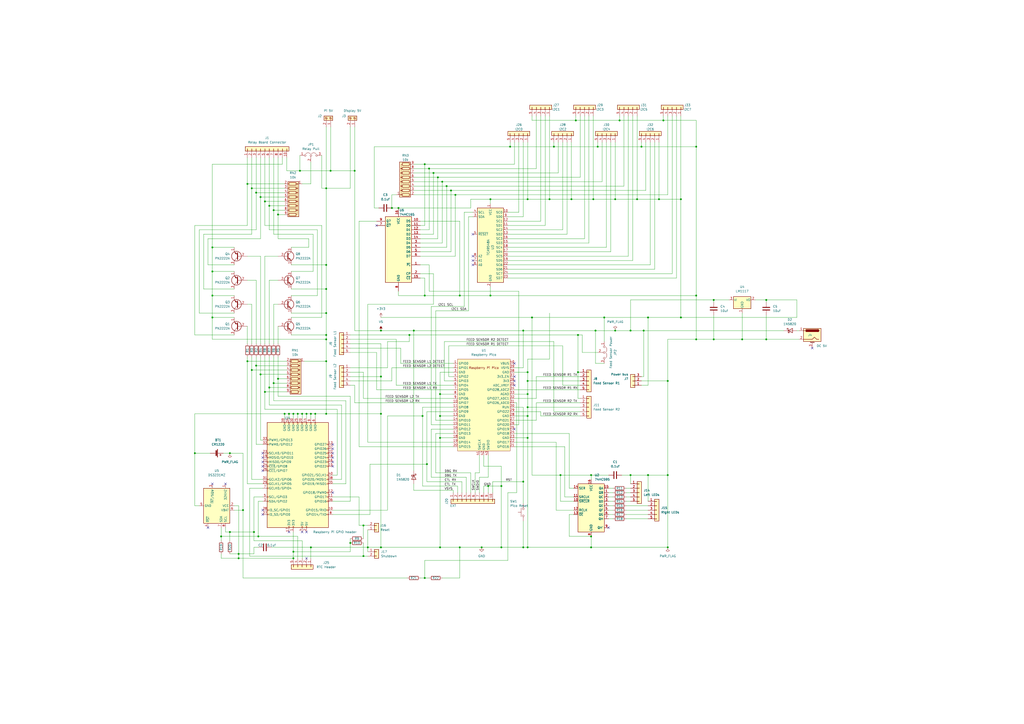
<source format=kicad_sch>
(kicad_sch (version 20211123) (generator eeschema)
  (paper "A2")
  (junction (at 240.03 191.77))
  (junction (at 246.38 171.45))
  (junction (at 245.11 241.3))
  (junction (at 153.67 227.33))
  (junction (at 382.27 115.57))
  (junction (at 306.07 254))
  (junction (at 255.27 317.5))
  (junction (at 156.21 119.38))
  (junction (at 175.26 240.03))
  (junction (at 430.53 196.85))
  (junction (at 205.74 99.06))
  (junction (at 261.62 110.49))
  (junction (at 146.05 214.63))
  (junction (at 156.21 224.79))
  (junction (at 264.16 113.03))
  (junction (at 158.75 121.92))
  (junction (at 138.43 323.85))
  (junction (at 151.13 114.3))
  (junction (at 306.07 228.6))
  (junction (at 372.11 85.09))
  (junction (at 149.86 311.15))
  (junction (at 387.35 317.5))
  (junction (at 180.34 240.03))
  (junction (at 189.23 181.61))
  (junction (at 403.86 85.09))
  (junction (at 227.33 120.65))
  (junction (at 373.38 191.77))
  (junction (at 128.27 311.15))
  (junction (at 375.92 184.15))
  (junction (at 308.61 184.15))
  (junction (at 306.07 241.3))
  (junction (at 140.97 295.91))
  (junction (at 365.76 275.59))
  (junction (at 237.49 194.31))
  (junction (at 182.88 240.03))
  (junction (at 138.43 321.31))
  (junction (at 255.27 228.6))
  (junction (at 342.9 275.59))
  (junction (at 342.9 311.15))
  (junction (at 256.54 105.41))
  (junction (at 167.64 240.03))
  (junction (at 321.31 85.09))
  (junction (at 331.47 115.57))
  (junction (at 203.2 314.96))
  (junction (at 170.18 240.03))
  (junction (at 148.59 111.76))
  (junction (at 220.98 317.5))
  (junction (at 189.23 209.55))
  (junction (at 290.83 317.5))
  (junction (at 295.91 85.09))
  (junction (at 158.75 222.25))
  (junction (at 279.4 317.5))
  (junction (at 359.41 69.85))
  (junction (at 369.57 115.57))
  (junction (at 266.7 317.5))
  (junction (at 255.27 241.3))
  (junction (at 191.77 99.06))
  (junction (at 180.34 317.5))
  (junction (at 375.92 275.59))
  (junction (at 345.44 191.77))
  (junction (at 335.28 194.31))
  (junction (at 259.08 107.95))
  (junction (at 335.28 215.9))
  (junction (at 113.03 262.89))
  (junction (at 151.13 217.17))
  (junction (at 177.8 240.03))
  (junction (at 387.35 275.59))
  (junction (at 306.07 236.22))
  (junction (at 403.86 171.45))
  (junction (at 161.29 124.46))
  (junction (at 303.53 191.77))
  (junction (at 173.99 99.06))
  (junction (at 220.98 191.77))
  (junction (at 172.72 240.03))
  (junction (at 189.23 240.03))
  (junction (at 342.9 317.5))
  (junction (at 210.82 322.58))
  (junction (at 346.71 85.09))
  (junction (at 220.98 218.44))
  (junction (at 306.07 115.57))
  (junction (at 148.59 212.09))
  (junction (at 318.77 115.57))
  (junction (at 170.18 320.04))
  (junction (at 161.29 219.71))
  (junction (at 444.5 173.99))
  (junction (at 290.83 281.94))
  (junction (at 283.21 281.94))
  (junction (at 133.35 308.61))
  (junction (at 403.86 196.85))
  (junction (at 146.05 109.22))
  (junction (at 189.23 194.31))
  (junction (at 133.35 262.89))
  (junction (at 444.5 196.85))
  (junction (at 325.12 275.59))
  (junction (at 147.32 308.61))
  (junction (at 334.01 69.85))
  (junction (at 143.51 209.55))
  (junction (at 123.19 184.15))
  (junction (at 251.46 100.33))
  (junction (at 210.82 304.8))
  (junction (at 220.98 240.03))
  (junction (at 365.76 191.77))
  (junction (at 387.35 220.98))
  (junction (at 350.52 184.15))
  (junction (at 394.97 184.15))
  (junction (at 414.02 196.85))
  (junction (at 306.07 220.98))
  (junction (at 394.97 115.57))
  (junction (at 123.19 171.45))
  (junction (at 303.53 317.5))
  (junction (at 247.65 269.24))
  (junction (at 170.18 323.85))
  (junction (at 303.53 279.4))
  (junction (at 189.23 109.22))
  (junction (at 246.38 335.28))
  (junction (at 356.87 115.57))
  (junction (at 123.19 143.51))
  (junction (at 189.23 167.64))
  (junction (at 189.23 196.85))
  (junction (at 266.7 171.45))
  (junction (at 189.23 153.67))
  (junction (at 123.19 157.48))
  (junction (at 165.1 240.03))
  (junction (at 248.92 97.79))
  (junction (at 143.51 106.68))
  (junction (at 414.02 173.99))
  (junction (at 153.67 116.84))
  (junction (at 213.36 317.5))
  (junction (at 246.38 95.25))
  (junction (at 284.48 115.57))
  (junction (at 306.07 215.9))
  (junction (at 284.48 171.45))
  (junction (at 384.81 69.85))
  (junction (at 231.14 120.65))
  (junction (at 344.17 115.57))
  (junction (at 306.07 317.5))
  (junction (at 255.27 254))
  (junction (at 254 102.87))
  (junction (at 356.87 191.77))
  (no_connect (at 298.45 248.92))
  (no_connect (at 152.4 270.51))
  (no_connect (at 193.04 285.75))
  (no_connect (at 152.4 262.89))
  (no_connect (at 177.8 308.61))
  (no_connect (at 471.17 201.93))
  (no_connect (at 152.4 265.43))
  (no_connect (at 274.32 153.67))
  (no_connect (at 274.32 148.59))
  (no_connect (at 274.32 151.13))
  (no_connect (at 274.32 135.89))
  (no_connect (at 152.4 295.91))
  (no_connect (at 152.4 298.45))
  (no_connect (at 298.45 220.98))
  (no_connect (at 120.65 306.07))
  (no_connect (at 130.81 280.67))
  (no_connect (at 123.19 280.67))
  (no_connect (at 193.04 257.81))
  (no_connect (at 193.04 270.51))
  (no_connect (at 193.04 267.97))
  (no_connect (at 193.04 265.43))
  (no_connect (at 193.04 260.35))
  (no_connect (at 193.04 262.89))
  (no_connect (at 152.4 267.97))
  (no_connect (at 167.64 308.61))
  (no_connect (at 177.8 323.85))
  (no_connect (at 218.44 130.81))
  (no_connect (at 298.45 223.52))
  (no_connect (at 298.45 218.44))
  (no_connect (at 298.45 210.82))
  (no_connect (at 175.26 308.61))
  (no_connect (at 152.4 273.05))
  (no_connect (at 353.06 306.07))
  (wire (pts (xy 321.31 198.12) (xy 321.31 238.76)))
  (wire (pts (xy 133.35 262.89) (xy 140.97 262.89)))
  (wire (pts (xy 255.27 215.9) (xy 262.89 215.9)))
  (wire (pts (xy 306.07 220.98) (xy 306.07 228.6)))
  (wire (pts (xy 326.39 223.52) (xy 336.55 223.52)))
  (wire (pts (xy 266.7 317.5) (xy 266.7 335.28)))
  (wire (pts (xy 203.2 314.96) (xy 203.2 312.42)))
  (wire (pts (xy 203.2 215.9) (xy 210.82 215.9)))
  (wire (pts (xy 146.05 214.63) (xy 146.05 278.13)))
  (wire (pts (xy 189.23 240.03) (xy 182.88 240.03)))
  (wire (pts (xy 240.03 113.03) (xy 264.16 113.03)))
  (wire (pts (xy 193.04 295.91) (xy 224.79 295.91)))
  (wire (pts (xy 298.45 259.08) (xy 327.66 259.08)))
  (wire (pts (xy 259.08 107.95) (xy 361.95 107.95)))
  (wire (pts (xy 327.66 259.08) (xy 327.66 288.29)))
  (wire (pts (xy 210.82 322.58) (xy 213.36 322.58)))
  (wire (pts (xy 387.35 220.98) (xy 387.35 275.59)))
  (wire (pts (xy 113.03 130.81) (xy 143.51 130.81)))
  (wire (pts (xy 247.65 238.76) (xy 247.65 269.24)))
  (wire (pts (xy 342.9 275.59) (xy 342.9 278.13)))
  (wire (pts (xy 175.26 240.03) (xy 177.8 240.03)))
  (wire (pts (xy 218.44 204.47) (xy 218.44 226.06)))
  (wire (pts (xy 237.49 194.31) (xy 237.49 198.12)))
  (wire (pts (xy 303.53 213.36) (xy 303.53 191.77)))
  (wire (pts (xy 149.86 290.83) (xy 149.86 311.15)))
  (wire (pts (xy 208.28 304.8) (xy 210.82 304.8)))
  (wire (pts (xy 115.57 181.61) (xy 115.57 133.35)))
  (wire (pts (xy 375.92 275.59) (xy 387.35 275.59)))
  (wire (pts (xy 323.85 100.33) (xy 323.85 82.55)))
  (wire (pts (xy 294.64 285.75) (xy 294.64 325.12)))
  (wire (pts (xy 151.13 114.3) (xy 151.13 138.43)))
  (wire (pts (xy 334.01 69.85) (xy 308.61 69.85)))
  (wire (pts (xy 350.52 184.15) (xy 350.52 198.12)))
  (wire (pts (xy 123.19 196.85) (xy 189.23 196.85)))
  (wire (pts (xy 133.35 308.61) (xy 133.35 313.69)))
  (wire (pts (xy 294.64 146.05) (xy 354.33 146.05)))
  (wire (pts (xy 246.38 325.12) (xy 294.64 325.12)))
  (wire (pts (xy 156.21 119.38) (xy 165.1 119.38)))
  (wire (pts (xy 143.51 106.68) (xy 143.51 130.81)))
  (wire (pts (xy 363.22 298.45) (xy 375.92 298.45)))
  (wire (pts (xy 275.59 274.32) (xy 278.13 274.32)))
  (wire (pts (xy 266.7 171.45) (xy 284.48 171.45)))
  (wire (pts (xy 156.21 133.35) (xy 184.15 133.35)))
  (wire (pts (xy 172.72 311.15) (xy 149.86 311.15)))
  (wire (pts (xy 377.19 153.67) (xy 377.19 82.55)))
  (wire (pts (xy 255.27 241.3) (xy 262.89 241.3)))
  (wire (pts (xy 363.22 290.83) (xy 365.76 290.83)))
  (wire (pts (xy 208.28 128.27) (xy 208.28 259.08)))
  (wire (pts (xy 193.04 275.59) (xy 195.58 275.59)))
  (wire (pts (xy 339.09 138.43) (xy 339.09 67.31)))
  (wire (pts (xy 220.98 199.39) (xy 220.98 218.44)))
  (wire (pts (xy 198.12 234.95) (xy 156.21 234.95)))
  (wire (pts (xy 294.64 151.13) (xy 367.03 151.13)))
  (wire (pts (xy 283.21 276.86) (xy 283.21 264.16)))
  (wire (pts (xy 148.59 111.76) (xy 165.1 111.76)))
  (wire (pts (xy 335.28 215.9) (xy 336.55 215.9)))
  (wire (pts (xy 189.23 240.03) (xy 220.98 240.03)))
  (wire (pts (xy 128.27 311.15) (xy 128.27 306.07)))
  (wire (pts (xy 151.13 207.01) (xy 151.13 217.17)))
  (wire (pts (xy 255.27 228.6) (xy 255.27 241.3)))
  (wire (pts (xy 153.67 116.84) (xy 153.67 130.81)))
  (wire (pts (xy 146.05 176.53) (xy 146.05 199.39)))
  (wire (pts (xy 262.89 220.98) (xy 257.81 220.98)))
  (wire (pts (xy 262.89 226.06) (xy 218.44 226.06)))
  (wire (pts (xy 152.4 288.29) (xy 147.32 288.29)))
  (wire (pts (xy 243.84 143.51) (xy 259.08 143.51)))
  (wire (pts (xy 205.74 191.77) (xy 220.98 191.77)))
  (wire (pts (xy 298.45 228.6) (xy 306.07 228.6)))
  (wire (pts (xy 161.29 219.71) (xy 166.37 219.71)))
  (wire (pts (xy 237.49 194.31) (xy 335.28 194.31)))
  (wire (pts (xy 123.19 95.25) (xy 123.19 143.51)))
  (wire (pts (xy 256.54 105.41) (xy 349.25 105.41)))
  (wire (pts (xy 170.18 320.04) (xy 170.18 323.85)))
  (wire (pts (xy 133.35 321.31) (xy 138.43 321.31)))
  (wire (pts (xy 337.82 194.31) (xy 335.28 194.31)))
  (wire (pts (xy 210.82 312.42) (xy 210.82 304.8)))
  (wire (pts (xy 335.28 215.9) (xy 335.28 231.14)))
  (wire (pts (xy 214.63 269.24) (xy 247.65 269.24)))
  (wire (pts (xy 128.27 323.85) (xy 138.43 323.85)))
  (wire (pts (xy 313.69 241.3) (xy 336.55 241.3)))
  (wire (pts (xy 303.53 302.26) (xy 303.53 317.5)))
  (wire (pts (xy 151.13 114.3) (xy 165.1 114.3)))
  (wire (pts (xy 152.4 290.83) (xy 149.86 290.83)))
  (wire (pts (xy 240.03 97.79) (xy 248.92 97.79)))
  (wire (pts (xy 359.41 69.85) (xy 334.01 69.85)))
  (wire (pts (xy 250.19 177.8) (xy 269.24 177.8)))
  (wire (pts (xy 213.36 176.53) (xy 213.36 256.54)))
  (wire (pts (xy 342.9 311.15) (xy 342.9 317.5)))
  (wire (pts (xy 322.58 256.54) (xy 322.58 295.91)))
  (wire (pts (xy 152.4 280.67) (xy 143.51 280.67)))
  (wire (pts (xy 189.23 109.22) (xy 203.2 109.22)))
  (wire (pts (xy 318.77 67.31) (xy 318.77 115.57)))
  (wire (pts (xy 173.99 99.06) (xy 191.77 99.06)))
  (wire (pts (xy 331.47 115.57) (xy 318.77 115.57)))
  (wire (pts (xy 363.22 295.91) (xy 375.92 295.91)))
  (wire (pts (xy 356.87 191.77) (xy 365.76 191.77)))
  (wire (pts (xy 361.95 107.95) (xy 361.95 67.31)))
  (wire (pts (xy 143.51 106.68) (xy 165.1 106.68)))
  (wire (pts (xy 422.91 173.99) (xy 414.02 173.99)))
  (wire (pts (xy 193.04 288.29) (xy 208.28 288.29)))
  (wire (pts (xy 220.98 240.03) (xy 220.98 317.5)))
  (wire (pts (xy 140.97 335.28) (xy 140.97 295.91)))
  (wire (pts (xy 243.84 158.75) (xy 251.46 158.75)))
  (wire (pts (xy 318.77 208.28) (xy 318.77 181.61)))
  (wire (pts (xy 220.98 191.77) (xy 240.03 191.77)))
  (wire (pts (xy 231.14 171.45) (xy 246.38 171.45)))
  (wire (pts (xy 270.51 276.86) (xy 270.51 285.75)))
  (wire (pts (xy 243.84 148.59) (xy 264.16 148.59)))
  (wire (pts (xy 180.34 317.5) (xy 213.36 317.5)))
  (wire (pts (xy 311.15 233.68) (xy 311.15 243.84)))
  (wire (pts (xy 367.03 151.13) (xy 367.03 67.31)))
  (wire (pts (xy 298.45 246.38) (xy 300.99 246.38)))
  (wire (pts (xy 172.72 240.03) (xy 175.26 240.03)))
  (wire (pts (xy 273.05 274.32) (xy 273.05 285.75)))
  (wire (pts (xy 220.98 218.44) (xy 220.98 240.03)))
  (wire (pts (xy 325.12 290.83) (xy 325.12 275.59)))
  (wire (pts (xy 318.77 115.57) (xy 306.07 115.57)))
  (wire (pts (xy 203.2 204.47) (xy 218.44 204.47)))
  (wire (pts (xy 306.07 236.22) (xy 336.55 236.22)))
  (wire (pts (xy 161.29 138.43) (xy 179.07 138.43)))
  (wire (pts (xy 147.32 288.29) (xy 147.32 308.61)))
  (wire (pts (xy 294.64 128.27) (xy 313.69 128.27)))
  (wire (pts (xy 349.25 105.41) (xy 349.25 82.55)))
  (wire (pts (xy 210.82 322.58) (xy 144.78 322.58)))
  (wire (pts (xy 153.67 207.01) (xy 153.67 227.33)))
  (wire (pts (xy 322.58 295.91) (xy 332.74 295.91)))
  (wire (pts (xy 152.4 278.13) (xy 146.05 278.13)))
  (wire (pts (xy 123.19 184.15) (xy 123.19 196.85)))
  (wire (pts (xy 243.84 161.29) (xy 246.38 161.29)))
  (wire (pts (xy 278.13 285.75) (xy 278.13 276.86)))
  (wire (pts (xy 298.45 241.3) (xy 306.07 241.3)))
  (wire (pts (xy 375.92 223.52) (xy 372.11 223.52)))
  (wire (pts (xy 328.93 135.89) (xy 328.93 82.55)))
  (wire (pts (xy 210.82 304.8) (xy 213.36 304.8)))
  (wire (pts (xy 168.91 184.15) (xy 186.69 184.15)))
  (wire (pts (xy 306.07 254) (xy 306.07 317.5)))
  (wire (pts (xy 123.19 143.51) (xy 123.19 157.48)))
  (wire (pts (xy 387.35 196.85) (xy 403.86 196.85)))
  (wire (pts (xy 123.19 143.51) (xy 135.89 143.51)))
  (wire (pts (xy 243.84 135.89) (xy 251.46 135.89)))
  (wire (pts (xy 203.2 320.04) (xy 203.2 314.96)))
  (wire (pts (xy 384.81 69.85) (xy 359.41 69.85)))
  (wire (pts (xy 168.91 194.31) (xy 189.23 194.31)))
  (wire (pts (xy 210.82 314.96) (xy 210.82 322.58)))
  (wire (pts (xy 375.92 184.15) (xy 394.97 184.15)))
  (wire (pts (xy 205.74 99.06) (xy 205.74 191.77)))
  (wire (pts (xy 372.11 82.55) (xy 372.11 85.09)))
  (wire (pts (xy 135.89 293.37) (xy 138.43 293.37)))
  (wire (pts (xy 295.91 85.09) (xy 321.31 85.09)))
  (wire (pts (xy 246.38 335.28) (xy 246.38 325.12)))
  (wire (pts (xy 311.15 97.79) (xy 311.15 67.31)))
  (wire (pts (xy 298.45 236.22) (xy 303.53 236.22)))
  (wire (pts (xy 430.53 196.85) (xy 444.5 196.85)))
  (wire (pts (xy 191.77 73.66) (xy 191.77 99.06)))
  (wire (pts (xy 295.91 82.55) (xy 295.91 85.09)))
  (wire (pts (xy 354.33 146.05) (xy 354.33 82.55)))
  (wire (pts (xy 248.92 97.79) (xy 311.15 97.79)))
  (wire (pts (xy 251.46 158.75) (xy 251.46 176.53)))
  (wire (pts (xy 203.2 290.83) (xy 203.2 229.87)))
  (wire (pts (xy 189.23 73.66) (xy 189.23 109.22)))
  (wire (pts (xy 285.75 279.4) (xy 303.53 279.4)))
  (wire (pts (xy 158.75 135.89) (xy 181.61 135.89)))
  (wire (pts (xy 344.17 67.31) (xy 344.17 115.57)))
  (wire (pts (xy 143.51 91.44) (xy 143.51 106.68)))
  (wire (pts (xy 236.22 335.28) (xy 140.97 335.28)))
  (wire (pts (xy 147.32 313.69) (xy 175.26 313.69)))
  (wire (pts (xy 153.67 130.81) (xy 186.69 130.81)))
  (wire (pts (xy 193.04 280.67) (xy 200.66 280.67)))
  (wire (pts (xy 208.28 288.29) (xy 208.28 304.8)))
  (wire (pts (xy 273.05 115.57) (xy 284.48 115.57)))
  (wire (pts (xy 306.07 215.9) (xy 306.07 220.98)))
  (wire (pts (xy 280.67 281.94) (xy 280.67 285.75)))
  (wire (pts (xy 175.26 240.03) (xy 175.26 242.57)))
  (wire (pts (xy 240.03 95.25) (xy 246.38 95.25)))
  (wire (pts (xy 300.99 168.91) (xy 300.99 246.38)))
  (wire (pts (xy 149.86 317.5) (xy 147.32 317.5)))
  (wire (pts (xy 278.13 264.16) (xy 278.13 274.32)))
  (wire (pts (xy 146.05 214.63) (xy 166.37 214.63)))
  (wire (pts (xy 274.32 123.19) (xy 269.24 123.19)))
  (wire (pts (xy 156.21 224.79) (xy 156.21 234.95)))
  (wire (pts (xy 284.48 171.45) (xy 403.86 171.45)))
  (wire (pts (xy 251.46 100.33) (xy 251.46 135.89)))
  (wire (pts (xy 346.71 85.09) (xy 372.11 85.09)))
  (wire (pts (xy 251.46 100.33) (xy 323.85 100.33)))
  (wire (pts (xy 146.05 207.01) (xy 146.05 214.63)))
  (wire (pts (xy 143.51 209.55) (xy 143.51 280.67)))
  (wire (pts (xy 255.27 254) (xy 255.27 317.5)))
  (wire (pts (xy 294.64 135.89) (xy 328.93 135.89)))
  (wire (pts (xy 231.14 168.91) (xy 231.14 171.45)))
  (wire (pts (xy 430.53 181.61) (xy 430.53 196.85)))
  (wire (pts (xy 252.73 180.34) (xy 252.73 243.84)))
  (wire (pts (xy 303.53 191.77) (xy 345.44 191.77)))
  (wire (pts (xy 438.15 173.99) (xy 444.5 173.99)))
  (wire (pts (xy 254 102.87) (xy 336.55 102.87)))
  (wire (pts (xy 294.64 140.97) (xy 341.63 140.97)))
  (wire (pts (xy 271.78 125.73) (xy 271.78 180.34)))
  (wire (pts (xy 306.07 236.22) (xy 306.07 241.3)))
  (wire (pts (xy 280.67 270.51) (xy 280.67 264.16)))
  (wire (pts (xy 213.36 256.54) (xy 262.89 256.54)))
  (wire (pts (xy 130.81 308.61) (xy 133.35 308.61)))
  (wire (pts (xy 180.34 240.03) (xy 180.34 242.57)))
  (wire (pts (xy 267.97 279.4) (xy 267.97 285.75)))
  (wire (pts (xy 246.38 130.81) (xy 246.38 95.25)))
  (wire (pts (xy 372.11 220.98) (xy 387.35 220.98)))
  (wire (pts (xy 394.97 115.57) (xy 382.27 115.57)))
  (wire (pts (xy 306.07 208.28) (xy 318.77 208.28)))
  (wire (pts (xy 330.2 298.45) (xy 330.2 311.15)))
  (wire (pts (xy 203.2 201.93) (xy 232.41 201.93)))
  (wire (pts (xy 148.59 111.76) (xy 148.59 133.35)))
  (wire (pts (xy 294.64 158.75) (xy 389.89 158.75)))
  (wire (pts (xy 227.33 113.03) (xy 227.33 120.65)))
  (wire (pts (xy 243.84 133.35) (xy 248.92 133.35)))
  (wire (pts (xy 330.2 283.21) (xy 332.74 283.21)))
  (wire (pts (xy 255.27 215.9) (xy 255.27 228.6)))
  (wire (pts (xy 229.87 196.85) (xy 229.87 223.52)))
  (wire (pts (xy 403.86 171.45) (xy 403.86 196.85)))
  (wire (pts (xy 205.74 73.66) (xy 205.74 99.06)))
  (wire (pts (xy 311.15 218.44) (xy 311.15 231.14)))
  (wire (pts (xy 170.18 240.03) (xy 172.72 240.03)))
  (wire (pts (xy 205.74 223.52) (xy 203.2 223.52)))
  (wire (pts (xy 266.7 128.27) (xy 266.7 171.45)))
  (wire (pts (xy 365.76 275.59) (xy 375.92 275.59)))
  (wire (pts (xy 363.22 300.99) (xy 375.92 300.99)))
  (wire (pts (xy 113.03 240.03) (xy 165.1 240.03)))
  (wire (pts (xy 342.9 275.59) (xy 353.06 275.59)))
  (wire (pts (xy 189.23 153.67) (xy 189.23 167.64)))
  (wire (pts (xy 252.73 180.34) (xy 271.78 180.34)))
  (wire (pts (xy 252.73 274.32) (xy 273.05 274.32)))
  (wire (pts (xy 308.61 69.85) (xy 308.61 67.31)))
  (wire (pts (xy 146.05 109.22) (xy 146.05 135.89)))
  (wire (pts (xy 298.45 95.25) (xy 298.45 82.55)))
  (wire (pts (xy 195.58 275.59) (xy 195.58 237.49)))
  (wire (pts (xy 146.05 91.44) (xy 146.05 109.22)))
  (wire (pts (xy 163.83 91.44) (xy 163.83 95.25)))
  (wire (pts (xy 382.27 115.57) (xy 369.57 115.57)))
  (wire (pts (xy 257.81 220.98) (xy 257.81 198.12)))
  (wire (pts (xy 298.45 226.06) (xy 336.55 226.06)))
  (wire (pts (xy 294.64 133.35) (xy 326.39 133.35)))
  (wire (pts (xy 298.45 254) (xy 306.07 254)))
  (wire (pts (xy 123.19 184.15) (xy 135.89 184.15)))
  (wire (pts (xy 158.75 176.53) (xy 158.75 199.39)))
  (wire (pts (xy 278.13 276.86) (xy 283.21 276.86)))
  (wire (pts (xy 373.38 191.77) (xy 454.66 191.77)))
  (wire (pts (xy 213.36 317.5) (xy 213.36 320.04)))
  (wire (pts (xy 403.86 69.85) (xy 403.86 85.09)))
  (wire (pts (xy 303.53 236.22) (xy 303.53 279.4)))
  (wire (pts (xy 115.57 181.61) (xy 135.89 181.61)))
  (wire (pts (xy 240.03 107.95) (xy 259.08 107.95)))
  (wire (pts (xy 140.97 295.91) (xy 135.89 295.91)))
  (wire (pts (xy 245.11 241.3) (xy 245.11 281.94)))
  (wire (pts (xy 172.72 240.03) (xy 172.72 242.57)))
  (wire (pts (xy 254 102.87) (xy 254 138.43)))
  (wire (pts (xy 224.79 213.36) (xy 224.79 198.12)))
  (wire (pts (xy 144.78 283.21) (xy 152.4 283.21)))
  (wire (pts (xy 189.23 109.22) (xy 189.23 153.67)))
  (wire (pts (xy 147.32 308.61) (xy 147.32 313.69)))
  (wire (pts (xy 261.62 110.49) (xy 374.65 110.49)))
  (wire (pts (xy 444.5 173.99) (xy 462.28 173.99)))
  (wire (pts (xy 240.03 105.41) (xy 256.54 105.41)))
  (wire (pts (xy 243.84 153.67) (xy 248.92 153.67)))
  (wire (pts (xy 298.45 215.9) (xy 306.07 215.9)))
  (wire (pts (xy 146.05 109.22) (xy 165.1 109.22)))
  (wire (pts (xy 118.11 135.89) (xy 146.05 135.89)))
  (wire (pts (xy 255.27 254) (xy 262.89 254)))
  (wire (pts (xy 246.38 335.28) (xy 243.84 335.28)))
  (wire (pts (xy 363.22 293.37) (xy 375.92 293.37)))
  (wire (pts (xy 161.29 219.71) (xy 161.29 229.87)))
  (wire (pts (xy 224.79 241.3) (xy 224.79 295.91)))
  (wire (pts (xy 243.84 138.43) (xy 254 138.43)))
  (wire (pts (xy 394.97 115.57) (xy 394.97 184.15)))
  (wire (pts (xy 262.89 284.48) (xy 262.89 285.75)))
  (wire (pts (xy 250.19 248.92) (xy 262.89 248.92)))
  (wire (pts (xy 227.33 220.98) (xy 227.33 213.36)))
  (wire (pts (xy 158.75 91.44) (xy 158.75 121.92)))
  (wire (pts (xy 120.65 153.67) (xy 120.65 138.43)))
  (wire (pts (xy 350.52 210.82) (xy 345.44 210.82)))
  (wire (pts (xy 245.11 236.22) (xy 245.11 241.3)))
  (wire (pts (xy 375.92 184.15) (xy 375.92 223.52)))
  (wire (pts (xy 267.97 279.4) (xy 247.65 279.4)))
  (wire (pts (xy 444.5 173.99) (xy 444.5 175.26)))
  (wire (pts (xy 224.79 198.12) (xy 237.49 198.12)))
  (wire (pts (xy 168.91 143.51) (xy 179.07 143.51)))
  (wire (pts (xy 365.76 173.99) (xy 365.76 191.77)))
  (wire (pts (xy 166.37 99.06) (xy 173.99 99.06)))
  (wire (pts (xy 299.72 285.75) (xy 294.64 285.75)))
  (wire (pts (xy 303.53 317.5) (xy 306.07 317.5)))
  (wire (pts (xy 168.91 157.48) (xy 181.61 157.48)))
  (wire (pts (xy 321.31 85.09) (xy 346.71 85.09)))
  (wire (pts (xy 256.54 105.41) (xy 256.54 140.97)))
  (wire (pts (xy 203.2 73.66) (xy 203.2 109.22)))
  (wire (pts (xy 313.69 238.76) (xy 313.69 241.3)))
  (wire (pts (xy 243.84 128.27) (xy 266.7 128.27)))
  (wire (pts (xy 168.91 171.45) (xy 184.15 171.45)))
  (wire (pts (xy 252.73 274.32) (xy 252.73 251.46)))
  (wire (pts (xy 365.76 275.59) (xy 365.76 280.67)))
  (wire (pts (xy 153.67 148.59) (xy 153.67 199.39)))
  (wire (pts (xy 353.06 295.91) (xy 355.6 295.91)))
  (wire (pts (xy 189.23 196.85) (xy 189.23 209.55)))
  (wire (pts (xy 177.8 240.03) (xy 180.34 240.03)))
  (wire (pts (xy 232.41 210.82) (xy 262.89 210.82)))
  (wire (pts (xy 158.75 207.01) (xy 158.75 222.25)))
  (wire (pts (xy 203.2 229.87) (xy 161.29 229.87)))
  (wire (pts (xy 158.75 222.25) (xy 166.37 222.25)))
  (wire (pts (xy 353.06 290.83) (xy 355.6 290.83)))
  (wire (pts (xy 113.03 293.37) (xy 115.57 293.37)))
  (wire (pts (xy 387.35 196.85) (xy 387.35 220.98)))
  (wire (pts (xy 151.13 91.44) (xy 151.13 114.3)))
  (wire (pts (xy 113.03 262.89) (xy 113.03 240.03)))
  (wire (pts (xy 359.41 67.31) (xy 359.41 69.85)))
  (wire (pts (xy 138.43 323.85) (xy 138.43 321.31)))
  (wire (pts (xy 170.18 308.61) (xy 170.18 320.04)))
  (wire (pts (xy 153.67 91.44) (xy 153.67 116.84)))
  (wire (pts (xy 208.28 259.08) (xy 262.89 259.08)))
  (wire (pts (xy 335.28 231.14) (xy 336.55 231.14)))
  (wire (pts (xy 306.07 220.98) (xy 336.55 220.98)))
  (wire (pts (xy 369.57 115.57) (xy 356.87 115.57)))
  (wire (pts (xy 294.64 123.19) (xy 300.99 123.19)))
  (wire (pts (xy 120.65 138.43) (xy 151.13 138.43)))
  (wire (pts (xy 284.48 115.57) (xy 284.48 118.11)))
  (wire (pts (xy 250.19 276.86) (xy 250.19 248.92)))
  (wire (pts (xy 195.58 237.49) (xy 153.67 237.49)))
  (wire (pts (xy 335.28 194.31) (xy 335.28 215.9)))
  (wire (pts (xy 255.27 317.5) (xy 266.7 317.5)))
  (wire (pts (xy 176.53 209.55) (xy 189.23 209.55)))
  (wire (pts (xy 179.07 138.43) (xy 179.07 143.51)))
  (wire (pts (xy 203.2 196.85) (xy 229.87 196.85)))
  (wire (pts (xy 283.21 281.94) (xy 290.83 281.94)))
  (wire (pts (xy 294.64 148.59) (xy 364.49 148.59)))
  (wire (pts (xy 262.89 233.68) (xy 205.74 233.68)))
  (wire (pts (xy 148.59 212.09) (xy 166.37 212.09)))
  (wire (pts (xy 353.06 298.45) (xy 355.6 298.45)))
  (wire (pts (xy 308.61 275.59) (xy 325.12 275.59)))
  (wire (pts (xy 298.45 213.36) (xy 303.53 213.36)))
  (wire (pts (xy 300.99 123.19) (xy 300.99 82.55)))
  (wire (pts (xy 189.23 209.55) (xy 189.23 240.03)))
  (wire (pts (xy 138.43 323.85) (xy 170.18 323.85)))
  (wire (pts (xy 364.49 148.59) (xy 364.49 67.31)))
  (wire (pts (xy 290.83 317.5) (xy 303.53 317.5)))
  (wire (pts (xy 353.06 283.21) (xy 355.6 283.21)))
  (wire (pts (xy 123.19 171.45) (xy 135.89 171.45)))
  (wire (pts (xy 294.64 130.81) (xy 316.23 130.81)))
  (wire (pts (xy 294.64 143.51) (xy 351.79 143.51)))
  (wire (pts (xy 143.51 189.23) (xy 143.51 199.39)))
  (wire (pts (xy 255.27 241.3) (xy 255.27 254)))
  (wire (pts (xy 248.92 168.91) (xy 300.99 168.91)))
  (wire (pts (xy 217.17 120.65) (xy 217.17 85.09)))
  (wire (pts (xy 346.71 82.55) (xy 346.71 85.09)))
  (wire (pts (xy 138.43 293.37) (xy 138.43 321.31)))
  (wire (pts (xy 262.89 284.48) (xy 240.03 284.48)))
  (wire (pts (xy 240.03 102.87) (xy 254 102.87)))
  (wire (pts (xy 143.51 162.56) (xy 148.59 162.56)))
  (wire (pts (xy 203.2 199.39) (xy 220.98 199.39)))
  (wire (pts (xy 180.34 106.68) (xy 180.34 93.98)))
  (wire (pts (xy 144.78 322.58) (xy 144.78 283.21)))
  (wire (pts (xy 123.19 157.48) (xy 123.19 171.45)))
  (wire (pts (xy 325.12 275.59) (xy 342.9 275.59)))
  (wire (pts (xy 379.73 156.21) (xy 379.73 82.55)))
  (wire (pts (xy 298.45 231.14) (xy 311.15 231.14)))
  (wire (pts (xy 168.91 153.67) (xy 189.23 153.67)))
  (wire (pts (xy 208.28 128.27) (xy 218.44 128.27)))
  (wire (pts (xy 180.34 317.5) (xy 180.34 323.85)))
  (wire (pts (xy 181.61 157.48) (xy 181.61 135.89)))
  (wire (pts (xy 394.97 184.15) (xy 462.28 184.15)))
  (wire (pts (xy 259.08 107.95) (xy 259.08 143.51)))
  (wire (pts (xy 224.79 241.3) (xy 245.11 241.3)))
  (wire (pts (xy 290.83 281.94) (xy 290.83 317.5)))
  (wire (pts (xy 363.22 285.75) (xy 365.76 285.75)))
  (wire (pts (xy 168.91 167.64) (xy 189.23 167.64)))
  (wire (pts (xy 157.48 317.5) (xy 180.34 317.5)))
  (wire (pts (xy 294.64 156.21) (xy 379.73 156.21)))
  (wire (pts (xy 158.75 121.92) (xy 165.1 121.92)))
  (wire (pts (xy 165.1 242.57) (xy 165.1 240.03)))
  (wire (pts (xy 353.06 285.75) (xy 355.6 285.75)))
  (wire (pts (xy 210.82 215.9) (xy 210.82 231.14)))
  (wire (pts (xy 303.53 125.73) (xy 303.53 82.55)))
  (wire (pts (xy 219.71 120.65) (xy 217.17 120.65)))
  (wire (pts (xy 342.9 317.5) (xy 306.07 317.5)))
  (wire (pts (xy 353.06 288.29) (xy 355.6 288.29)))
  (wire (pts (xy 156.21 162.56) (xy 156.21 199.39)))
  (wire (pts (xy 205.74 233.68) (xy 205.74 223.52)))
  (wire (pts (xy 365.76 191.77) (xy 373.38 191.77)))
  (wire (pts (xy 342.9 317.5) (xy 387.35 317.5)))
  (wire (pts (xy 193.04 298.45) (xy 214.63 298.45)))
  (wire (pts (xy 175.26 106.68) (xy 180.34 106.68)))
  (wire (pts (xy 240.03 100.33) (xy 251.46 100.33)))
  (wire (pts (xy 191.77 99.06) (xy 205.74 99.06)))
  (wire (pts (xy 403.86 69.85) (xy 384.81 69.85)))
  (wire (pts (xy 167.64 240.03) (xy 170.18 240.03)))
  (wire (pts (xy 375.92 290.83) (xy 375.92 275.59)))
  (wire (pts (xy 229.87 113.03) (xy 227.33 113.03)))
  (wire (pts (xy 363.22 283.21) (xy 365.76 283.21)))
  (wire (pts (xy 462.28 191.77) (xy 463.55 191.77)))
  (wire (pts (xy 270.51 276.86) (xy 250.19 276.86)))
  (wire (pts (xy 274.32 125.73) (xy 271.78 125.73)))
  (wire (pts (xy 261.62 110.49) (xy 261.62 146.05)))
  (wire (pts (xy 152.4 257.81) (xy 148.59 257.81)))
  (wire (pts (xy 387.35 113.03) (xy 387.35 67.31)))
  (wire (pts (xy 251.46 176.53) (xy 213.36 176.53)))
  (wire (pts (xy 151.13 217.17) (xy 166.37 217.17)))
  (wire (pts (xy 382.27 82.55) (xy 382.27 115.57)))
  (wire (pts (xy 260.35 200.66) (xy 326.39 200.66)))
  (wire (pts (xy 330.2 311.15) (xy 342.9 311.15)))
  (wire (pts (xy 203.2 194.31) (xy 237.49 194.31)))
  (wire (pts (xy 143.51 148.59) (xy 151.13 148.59)))
  (wire (pts (xy 158.75 222.25) (xy 158.75 232.41)))
  (wire (pts (xy 373.38 218.44) (xy 373.38 191.77)))
  (wire (pts (xy 168.91 181.61) (xy 189.23 181.61)))
  (wire (pts (xy 247.65 269.24) (xy 247.65 279.4)))
  (wire (pts (xy 265.43 281.94) (xy 265.43 285.75)))
  (wire (pts (xy 143.51 209.55) (xy 166.37 209.55)))
  (wire (pts (xy 262.89 246.38) (xy 250.19 246.38)))
  (wire (pts (xy 331.47 82.55) (xy 331.47 115.57)))
  (wire (pts (xy 123.19 171.45) (xy 123.19 184.15)))
  (wire (pts (xy 246.38 95.25) (xy 298.45 95.25)))
  (wire (pts (xy 245.11 236.22) (xy 262.89 236.22)))
  (wire (pts (xy 336.55 238.76) (xy 321.31 238.76)))
  (wire (pts (xy 158.75 121.92) (xy 158.75 135.89)))
  (wire (pts (xy 138.43 321.31) (xy 147.32 321.31)))
  (wire (pts (xy 115.57 133.35) (xy 148.59 133.35)))
  (wire (pts (xy 308.61 184.15) (xy 308.61 275.59)))
  (wire (pts (xy 285.75 279.4) (xy 285.75 285.75)))
  (wire (pts (xy 336.55 102.87) (xy 336.55 67.31)))
  (wire (pts (xy 334.01 67.31) (xy 334.01 69.85)))
  (wire (pts (xy 170.18 320.04) (xy 203.2 320.04)))
  (wire (pts (xy 283.21 285.75) (xy 283.21 281.94)))
  (wire (pts (xy 294.64 138.43) (xy 339.09 138.43)))
  (wire (pts (xy 266.7 335.28) (xy 256.54 335.28)))
  (wire (pts (xy 143.51 207.01) (xy 143.51 209.55)))
  (wire (pts (xy 189.23 167.64) (xy 189.23 181.61)))
  (wire (pts (xy 167.64 240.03) (xy 167.64 242.57)))
  (wire (pts (xy 123.19 157.48) (xy 135.89 157.48)))
  (wire (pts (xy 170.18 240.03) (xy 170.18 242.57)))
  (wire (pts (xy 372.11 218.44) (xy 373.38 218.44)))
  (wire (pts (xy 306.07 215.9) (xy 306.07 208.28)))
  (wire (pts (xy 321.31 82.55) (xy 321.31 85.09)))
  (wire (pts (xy 255.27 228.6) (xy 262.89 228.6)))
  (wire (pts (xy 118.11 167.64) (xy 118.11 135.89)))
  (wire (pts (xy 353.06 300.99) (xy 355.6 300.99)))
  (wire (pts (xy 177.8 240.03) (xy 177.8 242.57)))
  (wire (pts (xy 414.02 173.99) (xy 414.02 175.26)))
  (wire (pts (xy 184.15 171.45) (xy 184.15 133.35)))
  (wire (pts (xy 153.67 227.33) (xy 166.37 227.33)))
  (wire (pts (xy 166.37 91.44) (xy 166.37 99.06)))
  (wire (pts (xy 186.69 90.17) (xy 186.69 109.22)))
  (wire (pts (xy 279.4 317.5) (xy 290.83 317.5)))
  (wire (pts (xy 303.53 279.4) (xy 303.53 292.1)))
  (wire (pts (xy 189.23 194.31) (xy 189.23 196.85)))
  (wire (pts (xy 384.81 67.31) (xy 384.81 69.85)))
  (wire (pts (xy 280.67 281.94) (xy 283.21 281.94)))
  (wire (pts (xy 130.81 306.07) (xy 130.81 308.61)))
  (wire (pts (xy 248.92 153.67) (xy 248.92 168.91)))
  (wire (pts (xy 217.17 85.09) (xy 295.91 85.09)))
  (wire (pts (xy 210.82 231.14) (xy 262.89 231.14)))
  (wire (pts (xy 161.29 207.01) (xy 161.29 219.71)))
  (wire (pts (xy 275.59 285.75) (xy 275.59 274.32)))
  (wire (pts (xy 161.29 124.46) (xy 165.1 124.46)))
  (wire (pts (xy 298.45 233.68) (xy 299.72 233.68)))
  (wire (pts (xy 148.59 212.09) (xy 148.59 257.81)))
  (wire (pts (xy 360.68 275.59) (xy 365.76 275.59)))
  (wire (pts (xy 200.66 280.67) (xy 200.66 232.41)))
  (wire (pts (xy 193.04 290.83) (xy 203.2 290.83)))
  (wire (pts (xy 353.06 293.37) (xy 355.6 293.37)))
  (wire (pts (xy 232.41 201.93) (xy 232.41 210.82)))
  (wire (pts (xy 252.73 251.46) (xy 262.89 251.46)))
  (wire (pts (xy 326.39 133.35) (xy 326.39 82.55)))
  (wire (pts (xy 326.39 200.66) (xy 326.39 223.52)))
  (wire (pts (xy 306.07 115.57) (xy 284.48 115.57)))
  (wire (pts (xy 260.35 200.66) (xy 260.35 218.44)))
  (wire (pts (xy 327.66 288.29) (xy 332.74 288.29)))
  (wire (pts (xy 240.03 191.77) (xy 303.53 191.77)))
  (wire (pts (xy 337.82 194.31) (xy 337.82 204.47)))
  (wire (pts (xy 213.36 307.34) (xy 213.36 317.5)))
  (wire (pts (xy 369.57 67.31) (xy 369.57 115.57)))
  (wire (pts (xy 262.89 238.76) (xy 247.65 238.76)))
  (wire (pts (xy 363.22 288.29) (xy 365.76 288.29)))
  (wire (pts (xy 298.45 251.46) (xy 330.2 251.46)))
  (wire (pts (xy 308.61 184.15) (xy 350.52 184.15)))
  (wire (pts (xy 161.29 91.44) (xy 161.29 124.46)))
  (wire (pts (xy 113.03 194.31) (xy 113.03 130.81)))
  (wire (pts (xy 264.16 113.03) (xy 387.35 113.03)))
  (wire (pts (xy 273.05 120.65) (xy 273.05 115.57)))
  (wire (pts (xy 165.1 240.03) (xy 167.64 240.03)))
  (wire (pts (xy 269.24 123.19) (xy 269.24 177.8)))
  (wire (pts (xy 372.11 85.09) (xy 403.86 85.09)))
  (wire (pts (xy 462.28 173.99) (xy 462.28 184.15)))
  (wire (pts (xy 341.63 67.31) (xy 341.63 140.97)))
  (wire (pts (xy 129.54 262.89) (xy 133.35 262.89)))
  (wire (pts (xy 186.69 184.15) (xy 186.69 130.81)))
  (wire (pts (xy 262.89 218.44) (xy 260.35 218.44)))
  (wire (pts (xy 153.67 116.84) (xy 165.1 116.84)))
  (wire (pts (xy 350.52 184.15) (xy 375.92 184.15)))
  (wire (pts (xy 161.29 189.23) (xy 161.29 199.39)))
  (wire (pts (xy 311.15 218.44) (xy 336.55 218.44)))
  (wire (pts (xy 148.59 91.44) (xy 148.59 111.76)))
  (wire (pts (xy 252.73 243.84) (xy 262.89 243.84)))
  (wire (pts (xy 356.87 82.55) (xy 356.87 115.57)))
  (wire (pts (xy 389.89 158.75) (xy 389.89 67.31)))
  (wire (pts (xy 330.2 251.46) (xy 330.2 283.21)))
  (wire (pts (xy 444.5 182.88) (xy 444.5 196.85)))
  (wire (pts (xy 189.23 181.61) (xy 189.23 194.31)))
  (wire (pts (xy 243.84 146.05) (xy 261.62 146.05)))
  (wire (pts (xy 220.98 317.5) (xy 255.27 317.5)))
  (wire (pts (xy 120.65 153.67) (xy 135.89 153.67)))
  (wire (pts (xy 173.99 90.17) (xy 173.99 99.06)))
  (wire (pts (xy 313.69 128.27) (xy 313.69 67.31)))
  (wire (pts (xy 133.35 308.61) (xy 147.32 308.61)))
  (wire (pts (xy 152.4 255.27) (xy 151.13 255.27)))
  (wire (pts (xy 414.02 173.99) (xy 365.76 173.99)))
  (wire (pts (xy 186.69 109.22) (xy 189.23 109.22)))
  (wire (pts (xy 257.81 198.12) (xy 321.31 198.12)))
  (wire (pts (xy 298.45 243.84) (xy 311.15 243.84)))
  (wire (pts (xy 172.72 311.15) (xy 172.72 323.85)))
  (wire (pts (xy 123.19 95.25) (xy 163.83 95.25)))
  (wire (pts (xy 118.11 167.64) (xy 135.89 167.64)))
  (wire (pts (xy 266.7 317.5) (xy 279.4 317.5)))
  (wire (pts (xy 356.87 115.57) (xy 344.17 115.57)))
  (wire (pts (xy 306.07 241.3) (xy 306.07 254)))
  (wire (pts (xy 262.89 223.52) (xy 229.87 223.52)))
  (wire (pts (xy 203.2 220.98) (xy 227.33 220.98)))
  (wire (pts (xy 414.02 196.85) (xy 430.53 196.85)))
  (wire (pts (xy 246.38 171.45) (xy 266.7 171.45)))
  (wire (pts (xy 231.14 120.65) (xy 273.05 120.65)))
  (wire (pts (xy 403.86 85.09) (xy 403.86 171.45)))
  (wire (pts (xy 214.63 269.24) (xy 214.63 298.45)))
  (wire (pts (xy 156.21 224.79) (xy 166.37 224.79)))
  (wire (pts (xy 147.32 317.5) (xy 147.32 321.31)))
  (wire (pts (xy 128.27 313.69) (xy 128.27 311.15)))
  (wire (pts (xy 345.44 210.82) (xy 345.44 191.77)))
  (wire (pts (xy 161.29 124.46) (xy 161.29 138.43)))
  (wire (pts (xy 128.27 311.15) (xy 149.86 311.15)))
  (wire (pts (xy 227.33 213.36) (xy 262.89 213.36)))
  (wire (pts (xy 246.38 161.29) (xy 246.38 171.45)))
  (wire (pts (xy 128.27 321.31) (xy 128.27 323.85)))
  (wire (pts (xy 151.13 217.17) (xy 151.13 255.27)))
  (wire (pts (xy 240.03 191.77) (xy 240.03 273.05)))
  (wire (pts (xy 298.45 238.76) (xy 313.69 238.76)))
  (wire (pts (xy 220.98 184.15) (xy 308.61 184.15)))
  (wire (pts (xy 243.84 130.81) (xy 246.38 130.81)))
  (wire (pts (xy 248.92 335.28) (xy 246.38 335.28)))
  (wire (pts (xy 311.15 233.68) (xy 336.55 233.68)))
  (wire (pts (xy 332.74 298.45) (xy 330.2 298.45)))
  (wire (pts (xy 200.66 232.41) (xy 158.75 232.41)))
  (wire (pts (xy 403.86 196.85) (xy 414.02 196.85)))
  (wire (pts (xy 290.83 270.51) (xy 280.67 270.51)))
  (wire (pts (xy 351.79 143.51) (xy 351.79 82.55)))
  (wire (pts (xy 294.64 153.67) (xy 377.19 153.67)))
  (wire (pts (xy 294.64 161.29) (xy 392.43 161.29)))
  (wire (pts (xy 387.35 275.59) (xy 387.35 317.5)))
  (wire (pts (xy 161.29 162.56) (xy 156.21 162.56)))
  (wire (pts (xy 316.23 130.81) (xy 316.23 67.31)))
  (wire (pts (xy 306.07 228.6) (xy 306.07 236.22)))
  (wire (pts (xy 414.02 182.88) (xy 414.02 196.85)))
  (wire (pts (xy 227.33 120.65) (xy 231.14 120.65)))
  (wire (pts (xy 444.5 196.85) (xy 463.55 196.85)))
  (wire (pts (xy 203.2 218.44) (xy 220.98 218.44)))
  (wire (pts (xy 345.44 191.77) (xy 356.87 191.77)))
  (wire (pts (xy 250.19 177.8) (xy 250.19 246.38)))
  (wire (pts (xy 306.07 82.55) (xy 306.07 115.57)))
  (wire (pts (xy 332.74 290.83) (xy 325.12 290.83)))
  (wire (pts (xy 394.97 67.31) (xy 394.97 115.57)))
  (wire (pts (xy 113.03 194.31) (xy 135.89 194.31)))
  (wire (pts (xy 240.03 110.49) (xy 261.62 110.49)))
  (wire (pts (xy 374.65 110.49) (xy 374.65 82.55)))
  (wire (pts (xy 113.03 262.89) (xy 121.92 262.89)))
  (wire (pts (xy 193.04 278.13) (xy 198.12 278.13)))
  (wire (pts (xy 175.26 313.69) (xy 175.26 323.85)))
  (wire (pts (xy 337.82 204.47) (xy 346.71 204.47)))
  (wire (pts (xy 156.21 91.44) (xy 156.21 119.38)))
  (wire (pts (xy 284.48 166.37) (xy 284.48 171.45)))
  (wire (pts (xy 148.59 207.01) (xy 148.59 212.09)))
  (wire (pts (xy 156.21 119.38) (xy 156.21 133.35)))
  (wire (pts (xy 344.17 115.57) (xy 331.47 115.57)))
  (wire (pts (xy 299.72 233.68) (xy 299.72 285.75)))
  (wire (pts (xy 298.45 256.54) (xy 322.58 256.54)))
  (wire (pts (xy 294.64 125.73) (xy 303.53 125.73)))
  (wire (pts (xy 113.03 293.37) (xy 113.03 262.89)))
  (wire (pts (xy 148.59 162.56) (xy 148.59 199.39)))
  (wire (pts (xy 243.84 140.97) (xy 256.54 140.97)))
  (wire (pts (xy 240.03 280.67) (xy 240.03 284.48)))
  (wire (pts (xy 143.51 176.53) (xy 146.05 176.53)))
  (wire (pts (xy 290.83 281.94) (xy 290.83 270.51)))
  (wire (pts (xy 161.29 176.53) (xy 158.75 176.53)))
  (wire (pts (xy 153.67 227.33) (xy 153.67 237.49)))
  (wire (pts (xy 203.2 213.36) (xy 224.79 213.36)))
  (wire (pts (xy 151.13 148.59) (xy 151.13 199.39)))
  (wire (pts (xy 392.43 161.29) (xy 392.43 67.31)))
  (wire (pts (xy 198.12 278.13) (xy 198.12 234.95)))
  (wire (pts (xy 265.43 281.94) (xy 245.11 281.94)))
  (wire (pts (xy 140.97 262.89) (xy 140.97 295.91)))
  (wire (pts (xy 264.16 113.03) (xy 264.16 148.59)))
  (wire (pts (xy 161.29 148.59) (xy 153.67 148.59)))
  (wire (pts (xy 182.88 240.03) (xy 182.88 242.57)))
  (wire (pts (xy 213.36 317.5) (xy 220.98 317.5)))
  (wire (pts (xy 156.21 207.01) (xy 156.21 224.79)))
  (wire (pts (xy 180.34 240.03) (xy 182.88 240.03)))
  (wire (pts (xy 248.92 97.79) (xy 248.92 133.35)))
  (label "FEED SENSOR L1 TX" (at 233.68 223.52 0))
  (label "CTL TX" (at 257.81 281.94 0))
  (label "VSYS" (at 257.81 284.48 0))
  (label "FEED SENSOR R1 TX" (at 314.96 218.44 0))
  (label "FEED SENSOR R2 RX" (at 314.96 241.3 0))
  (label "I2C1 SDA" (at 261.62 180.34 0))
  (label "DBG TX" (at 257.81 276.86 0))
  (label "DBG RX" (at 257.81 274.32 0))
  (label "FEED SENSOR L2 TX" (at 223.52 231.14 0))
  (label "SWCLK" (at 275.59 284.48 90))
  (label "RST" (at 293.37 279.4 0))
  (label "GND" (at 280.67 281.94 0))
  (label "FEED SENSOR L2 RX" (at 223.52 233.68 0))
  (label "FEED SENSOR L1 DETECT" (at 233.68 210.82 0))
  (label "FEED SENSOR R2 DETECT" (at 270.51 198.12 0))
  (label "CTL RX" (at 257.81 279.4 0))
  (label "FEED SENSOR R1 DETECT" (at 270.51 200.66 0))
  (label "FEED SENSOR R2 TX" (at 314.96 233.68 0))
  (label "FEED SENSOR L1 RX" (at 233.68 226.06 0))
  (label "FEED SENSOR R1 RX" (at 314.96 226.06 0))
  (label "I2C1 SCL" (at 254 177.8 0))
  (label "FEED SENSOR L2 DETECT" (at 233.68 213.36 0))
  (label "SWDIO" (at 278.13 284.48 90))
  (symbol (lib_id "Transistor_BJT:PN2222A") (at 166.37 176.53 0) (unit 1)
    (property "Reference" "Q6" (at 171.45 175.2599 0) (effects (justify left)))
    (property "Value" "PN2222A" (at 171.45 177.7999 0) (effects (justify left)))
    (property "Footprint" "Package_TO_SOT_THT:TO-92_Inline" (effects hide))
    (property "Datasheet" "https://www.onsemi.com/pub/Collateral/PN2222-D.PDF" (effects hide))
  )
  (symbol (lib_id "Connector_Generic:Conn_01x02") (at 218.44 320.04 0) (unit 1)
    (property "Reference" "J17" (at 220.98 320.0399 0) (effects (justify left)))
    (property "Value" "Shutdown" (at 220.98 322.5799 0) (effects (justify left)))
    (property "Footprint" "Connector_JST:JST_XH_B2B-XH-A_1x02_P2.50mm_Vertical" (effects hide))
  )
  (symbol (lib_id "Device:R") (at 359.41 283.21 90) (unit 1)
    (property "Reference" "R11" (at 359.41 283.21 90))
    (property "Value" "R1" (effects hide))
    (property "Footprint" "Resistor_THT:R_Axial_DIN0207_L6.3mm_D2.5mm_P7.62mm_Horizontal" (effects hide))
  )
  (symbol (lib_id "Connector_Generic:Conn_01x10") (at 273.05 290.83 90) (mirror x) (unit 1)
    (property "Reference" "J20" (at 259.08 290.83 0))
    (property "Value" "EXT" (at 262.89 293.37 90))
    (property "Footprint" "Connector_JST:JST_XH_B10B-XH-A_1x10_P2.50mm_Vertical" (effects hide))
  )
  (symbol (lib_id "Jumper:Jumper_3_Open") (at 350.52 204.47 270) (unit 1)
    (property "Reference" "JP2" (at 356.87 204.47 0))
    (property "Value" "Feed Sensor Power" (at 354.33 204.47 0))
    (property "Footprint" "Connector_PinHeader_2.54mm:PinHeader_1x03_P2.54mm_Vertical" (effects hide))
  )
  (symbol (lib_id "74xx:74HC595") (at 342.9 293.37 0) (unit 1)
    (property "Reference" "U2" (at 344.9194 275.59 0) (effects (justify left)))
    (property "Value" "74HC595" (at 344.9194 278.13 0) (effects (justify left)))
    (property "Footprint" "Package_DIP:DIP-16_W7.62mm" (effects hide))
    (property "Datasheet" "http://www.ti.com/lit/ds/symlink/sn74hc595.pdf" (effects hide))
  )
  (symbol (lib_id "Transistor_BJT:PN2222A") (at 138.43 189.23 180) (unit 1)
    (property "Reference" "Q1" (at 133.35 187.9599 0) (effects (justify left)))
    (property "Value" "PN2222A" (at 133.35 190.4999 0) (effects (justify left)))
    (property "Footprint" "Package_TO_SOT_THT:TO-92_Inline" (effects hide))
    (property "Datasheet" "https://www.onsemi.com/pub/Collateral/PN2222-D.PDF" (effects hide))
  )
  (symbol (lib_id "Connector_Generic:Conn_01x05") (at 389.89 62.23 270) (mirror x) (unit 1)
    (property "Reference" "J33" (at 398.78 60.96 90))
    (property "Value" "I2C7" (at 398.78 63.5 90))
    (property "Footprint" "Connector_JST:JST_XH_B5B-XH-A_1x05_P2.50mm_Vertical" (effects hide))
  )
  (symbol (lib_id "power:PWR_FLAG") (at 133.35 262.89 0) (mirror x) (unit 1)
    (property "Reference" "#FLG0101" (effects hide))
    (property "Value" "PWR_FLAG" (at 133.35 267.97 0))
  )
  (symbol (lib_id "Connector_Generic:Conn_01x05") (at 370.84 285.75 0) (unit 1)
    (property "Reference" "J14" (at 373.38 284.4799 0) (effects (justify left)))
    (property "Value" "Left LEDs" (at 373.38 287.0199 0) (effects (justify left)))
    (property "Footprint" "Connector_JST:JST_XH_B5B-XH-A_1x05_P2.50mm_Vertical" (effects hide))
  )
  (symbol (lib_id "Device:R_Network08") (at 170.18 116.84 270) (unit 1)
    (property "Reference" "RN2" (at 169.926 100.33 90))
    (property "Value" "10k" (at 169.926 102.87 90))
    (property "Footprint" "Resistor_THT:R_Array_SIP9" (effects hide))
    (property "Datasheet" "http://www.vishay.com/docs/31509/csc.pdf" (effects hide))
  )
  (symbol (lib_id "Device:R") (at 153.67 203.2 180) (unit 1)
    (property "Reference" "R8" (at 153.67 203.2 90))
    (property "Value" "2.2k" (effects hide))
    (property "Footprint" "Resistor_THT:R_Axial_DIN0207_L6.3mm_D2.5mm_P7.62mm_Horizontal" (effects hide))
  )
  (symbol (lib_id "Device:Battery_Cell") (at 124.46 262.89 270) (unit 1)
    (property "Reference" "BT1" (at 126.492 255.27 90))
    (property "Value" "CR1220" (at 126.492 257.81 90))
    (property "Footprint" "Battery:BatteryHolder_Keystone_3000_1x12mm" (effects hide))
  )
  (symbol (lib_id "Device:R") (at 359.41 300.99 90) (unit 1)
    (property "Reference" "R18" (at 359.41 300.99 90))
    (property "Value" "R6" (effects hide))
    (property "Footprint" "Resistor_THT:R_Axial_DIN0207_L6.3mm_D2.5mm_P7.62mm_Horizontal" (effects hide))
  )
  (symbol (lib_id "Connector_Generic:Conn_01x03") (at 367.03 220.98 180) (unit 1)
    (property "Reference" "J7" (at 364.49 219.71 0) (effects (justify left)))
    (property "Value" "Power bus" (at 364.49 217.17 0) (effects (justify left)))
    (property "Footprint" "Connector_PinHeader_2.54mm:PinHeader_1x03_P2.54mm_Vertical" (effects hide))
  )
  (symbol (lib_id "Device:R") (at 207.01 312.42 270) (unit 1)
    (property "Reference" "R9" (at 207.01 312.42 90))
    (property "Value" "10k" (effects hide))
    (property "Footprint" "Resistor_THT:R_Axial_DIN0207_L6.3mm_D2.5mm_P7.62mm_Horizontal" (effects hide))
  )
  (symbol (lib_id "Connector_Generic:Conn_01x05") (at 341.63 236.22 0) (unit 1)
    (property "Reference" "J11" (at 344.17 234.9499 0) (effects (justify left)))
    (property "Value" "Feed Sensor R2" (at 344.17 237.4899 0) (effects (justify left)))
    (property "Footprint" "Connector_JST:JST_XH_B5B-XH-A_1x05_P2.50mm_Vertical" (effects hide))
  )
  (symbol (lib_id "power:PWR_FLAG") (at 387.35 317.5 0) (mirror x) (unit 1)
    (property "Reference" "#FLG03" (effects hide))
    (property "Value" "PWR_FLAG" (at 387.35 322.58 0))
  )
  (symbol (lib_id "Connector_Generic:Conn_01x10") (at 153.67 86.36 90) (unit 1)
    (property "Reference" "J1" (at 154.94 80.01 90))
    (property "Value" "Relay Board Connector" (at 154.94 82.55 90))
    (property "Footprint" "Connector_JST:JST_XH_B10B-XH-A_1x10_P2.50mm_Vertical" (effects hide))
  )
  (symbol (lib_id "Connector_Generic:Conn_01x05") (at 341.63 220.98 0) (unit 1)
    (property "Reference" "J8" (at 344.17 219.7099 0) (effects (justify left)))
    (property "Value" "Feed Sensor R1" (at 344.17 222.2499 0) (effects (justify left)))
    (property "Footprint" "Connector_JST:JST_XH_B5B-XH-A_1x05_P2.50mm_Vertical" (effects hide))
  )
  (symbol (lib_id "74xx:74HC165") (at 231.14 143.51 0) (mirror y) (unit 1)
    (property "Reference" "U6" (at 231.6606 121.92 0) (effects (justify right)))
    (property "Value" "74HC165" (at 231.6606 124.46 0) (effects (justify right)))
    (property "Footprint" "Package_DIP:DIP-16_W7.62mm" (effects hide))
    (property "Datasheet" "https://assets.nexperia.com/documents/data-sheet/74HC_HCT165.pdf" (effects hide))
  )
  (symbol (lib_id "Device:R") (at 148.59 203.2 180) (unit 1)
    (property "Reference" "R2" (at 148.59 203.2 90))
    (property "Value" "2.2k" (effects hide))
    (property "Footprint" "Resistor_THT:R_Axial_DIN0207_L6.3mm_D2.5mm_P7.62mm_Horizontal" (effects hide))
  )
  (symbol (lib_id "Device:R") (at 240.03 335.28 270) (unit 1)
    (property "Reference" "R21" (at 240.03 335.28 90))
    (property "Value" "100k" (effects hide))
    (property "Footprint" "Resistor_THT:R_Axial_DIN0207_L6.3mm_D2.5mm_P7.62mm_Horizontal" (effects hide))
  )
  (symbol (lib_id "Connector:Screw_Terminal_01x02") (at 191.77 68.58 270) (mirror x) (unit 1)
    (property "Reference" "J2" (at 186.69 67.3099 90) (effects (justify right)))
    (property "Value" "Pi 5V" (at 190.5 63.5 90) (effects (justify bottom)))
    (property "Footprint" "Connector_JST:JST_XH_B2B-XH-A_1x02_P2.50mm_Vertical" (effects hide))
  )
  (symbol (lib_id "Connector_Generic:Conn_01x05") (at 198.12 218.44 0) (mirror y) (unit 1)
    (property "Reference" "J9" (at 191.77 217.17 90) (effects (justify right)))
    (property "Value" "Feed Sensor L2" (at 194.31 210.82 90) (effects (justify right)))
    (property "Footprint" "Connector_JST:JST_XH_B5B-XH-A_1x05_P2.50mm_Vertical" (effects hide))
  )
  (symbol (lib_id "Transistor_BJT:PN2222A") (at 138.43 162.56 180) (unit 1)
    (property "Reference" "Q2" (at 133.35 161.2899 0) (effects (justify left)))
    (property "Value" "PN2222A" (at 133.35 163.8299 0) (effects (justify left)))
    (property "Footprint" "Package_TO_SOT_THT:TO-92_Inline" (effects hide))
    (property "Datasheet" "https://www.onsemi.com/pub/Collateral/PN2222-D.PDF" (effects hide))
  )
  (symbol (lib_id "Connector_Generic:Conn_01x05") (at 351.79 77.47 270) (mirror x) (unit 1)
    (property "Reference" "J30" (at 351.79 72.39 90))
    (property "Value" "I2C4" (at 351.79 74.93 90))
    (property "Footprint" "Connector_JST:JST_XH_B5B-XH-A_1x05_P2.50mm_Vertical" (effects hide))
  )
  (symbol (lib_id "Device:R") (at 359.41 298.45 90) (unit 1)
    (property "Reference" "R17" (at 359.41 298.45 90))
    (property "Value" "R5" (effects hide))
    (property "Footprint" "Resistor_THT:R_Axial_DIN0207_L6.3mm_D2.5mm_P7.62mm_Horizontal" (effects hide))
  )
  (symbol (lib_id "Connector_Generic:Conn_01x05") (at 313.69 62.23 270) (mirror x) (unit 1)
    (property "Reference" "J27" (at 322.58 60.96 90))
    (property "Value" "I2C1" (at 322.58 63.5 90))
    (property "Footprint" "Connector_JST:JST_XH_B5B-XH-A_1x05_P2.50mm_Vertical" (effects hide))
  )
  (symbol (lib_id "Connector_Generic:Conn_01x05") (at 339.09 62.23 270) (mirror x) (unit 1)
    (property "Reference" "J29" (at 347.98 60.96 90))
    (property "Value" "I2C3" (at 347.98 63.5 90))
    (property "Footprint" "Connector_JST:JST_XH_B5B-XH-A_1x05_P2.50mm_Vertical" (effects hide))
  )
  (symbol (lib_id "Device:R") (at 359.41 285.75 90) (unit 1)
    (property "Reference" "R12" (at 359.41 285.75 90))
    (property "Value" "R1" (effects hide))
    (property "Footprint" "Resistor_THT:R_Axial_DIN0207_L6.3mm_D2.5mm_P7.62mm_Horizontal" (effects hide))
  )
  (symbol (lib_id "power:+3V3") (at 220.98 184.15 0) (unit 1)
    (property "Reference" "#PWR01" (effects hide))
    (property "Value" "+3V3" (at 220.98 179.07 0))
  )
  (symbol (lib_id "Jumper:Jumper_3_Open") (at 180.34 90.17 0) (unit 1)
    (property "Reference" "JP1" (at 180.34 83.82 0))
    (property "Value" "Relay Pull" (at 180.34 86.36 0))
    (property "Footprint" "Connector_PinHeader_2.54mm:PinHeader_1x03_P2.54mm_Vertical" (effects hide))
  )
  (symbol (lib_id "Device:R") (at 133.35 317.5 180) (unit 1)
    (property "Reference" "R20" (at 133.35 317.5 90))
    (property "Value" "4.3k" (effects hide))
    (property "Footprint" "Resistor_THT:R_Axial_DIN0207_L6.3mm_D2.5mm_P7.62mm_Horizontal" (effects hide))
  )
  (symbol (lib_id "Connector_Generic:Conn_01x02") (at 218.44 307.34 0) (mirror x) (unit 1)
    (property "Reference" "J16" (at 222.25 304.8 0))
    (property "Value" "Reset" (at 226.06 307.34 0) (effects (justify right)))
    (property "Footprint" "Connector_JST:JST_XH_B2B-XH-A_1x02_P2.50mm_Vertical" (effects hide))
  )
  (symbol (lib_id "Interface_Expansion:TCA9548A_Adafruit") (at 284.48 140.97 0) (unit 1)
    (property "Reference" "U3" (at 285.75 143.51 90))
    (property "Value" "TCA9548A" (at 283.21 143.51 90))
    (property "Footprint" "Package_DIP:DIP-24_W15.24mm" (effects hide))
    (property "Datasheet" "http://www.ti.com/lit/ds/symlink/tca9548a.pdf" (effects hide))
  )
  (symbol (lib_id "Connector:Screw_Terminal_01x02") (at 205.74 68.58 270) (mirror x) (unit 1)
    (property "Reference" "J3" (at 200.66 67.3099 90) (effects (justify right)))
    (property "Value" "Display 5V" (at 204.47 63.5 90) (effects (justify bottom)))
    (property "Footprint" "Connector_JST:JST_XH_B2B-XH-A_1x02_P2.50mm_Vertical" (effects hide))
  )
  (symbol (lib_id "Device:R") (at 359.41 290.83 90) (unit 1)
    (property "Reference" "R14" (at 359.41 290.83 90))
    (property "Value" "R2" (effects hide))
    (property "Footprint" "Resistor_THT:R_Axial_DIN0207_L6.3mm_D2.5mm_P7.62mm_Horizontal" (effects hide))
  )
  (symbol (lib_id "Connector:Raspberry_Pi_2_3") (at 172.72 275.59 180) (unit 1)
    (property "Reference" "J24" (at 164.8713 242.57 0) (effects (justify right)))
    (property "Value" "Raspberry Pi GPIO header" (at 181.61 308.61 0) (effects (justify right)))
    (property "Footprint" "Connector_PinHeader_2.54mm:PinHeader_2x20_P2.54mm_Vertical" (effects hide))
    (property "Datasheet" "https://www.raspberrypi.org/documentation/hardware/raspberrypi/schematics/rpi_SCH_3bplus_1p0_reduced.pdf" (effects hide))
  )
  (symbol (lib_id "Connector_Generic:Conn_01x05") (at 300.99 77.47 270) (mirror x) (unit 1)
    (property "Reference" "J26" (at 300.99 72.39 90))
    (property "Value" "I2C0" (at 300.99 74.93 90))
    (property "Footprint" "Connector_JST:JST_XH_B5B-XH-A_1x05_P2.50mm_Vertical" (effects hide))
  )
  (symbol (lib_id "Regulator_Linear:LM1117-3.3") (at 430.53 173.99 0) (unit 1)
    (property "Reference" "U4" (at 430.53 166.37 0))
    (property "Value" "LM1117" (at 430.53 168.91 0))
    (property "Footprint" "Package_TO_SOT_THT:TO-220-3_Horizontal_TabDown" (effects hide))
    (property "Datasheet" "http://www.ti.com/lit/ds/symlink/lm1117.pdf" (effects hide))
  )
  (symbol (lib_id "Device:R") (at 359.41 293.37 90) (unit 1)
    (property "Reference" "R15" (at 359.41 293.37 90))
    (property "Value" "R3" (effects hide))
    (property "Footprint" "Resistor_THT:R_Axial_DIN0207_L6.3mm_D2.5mm_P7.62mm_Horizontal" (effects hide))
  )
  (symbol (lib_id "Device:R") (at 143.51 203.2 180) (unit 1)
    (property "Reference" "R1" (at 143.51 203.2 90))
    (property "Value" "2.2k" (effects hide))
    (property "Footprint" "Resistor_THT:R_Axial_DIN0207_L6.3mm_D2.5mm_P7.62mm_Horizontal" (effects hide))
  )
  (symbol (lib_id "Transistor_BJT:PN2222A") (at 138.43 176.53 180) (unit 1)
    (property "Reference" "Q3" (at 133.35 175.2599 0) (effects (justify left)))
    (property "Value" "PN2222A" (at 133.35 177.7999 0) (effects (justify left)))
    (property "Footprint" "Package_TO_SOT_THT:TO-92_Inline" (effects hide))
    (property "Datasheet" "https://www.onsemi.com/pub/Collateral/PN2222-D.PDF" (effects hide))
  )
  (symbol (lib_id "Device:R") (at 156.21 203.2 180) (unit 1)
    (property "Reference" "R7" (at 156.21 203.2 90))
    (property "Value" "2.2k" (effects hide))
    (property "Footprint" "Resistor_THT:R_Axial_DIN0207_L6.3mm_D2.5mm_P7.62mm_Horizontal" (effects hide))
  )
  (symbol (lib_id "Device:C") (at 153.67 317.5 90) (unit 1)
    (property "Reference" "C2" (at 151.13 316.23 90))
    (property "Value" "0.1uf" (at 157.48 316.23 90))
    (property "Footprint" "Capacitor_THT:C_Disc_D6.0mm_W2.5mm_P5.00mm" (effects hide))
  )
  (symbol (lib_id "Connector_Generic:Conn_01x05") (at 381 295.91 0) (unit 1)
    (property "Reference" "J15" (at 383.54 294.6399 0) (effects (justify left)))
    (property "Value" "Right LEDs" (at 383.54 297.1799 0) (effects (justify left)))
    (property "Footprint" "Connector_JST:JST_XH_B5B-XH-A_1x05_P2.50mm_Vertical" (effects hide))
  )
  (symbol (lib_id "Device:C") (at 414.02 179.07 180) (unit 1)
    (property "Reference" "C4" (at 417.83 177.7999 0) (effects (justify right)))
    (property "Value" "10uf" (at 417.83 180.3399 0) (effects (justify right)))
    (property "Footprint" "Capacitor_THT:C_Disc_D6.0mm_W2.5mm_P5.00mm" (effects hide))
  )
  (symbol (lib_id "Connector:Barrel_Jack_MountingPin") (at 471.17 194.31 0) (mirror y) (unit 1)
    (property "Reference" "J4" (at 468.63 194.31 0) (effects (justify right)))
    (property "Value" "DC 5V" (at 473.71 200.66 0) (effects (justify right)))
    (property "Footprint" "Connector_BarrelJack:BarrelJack_Horizontal" (effects hide))
  )
  (symbol (lib_id "Device:R") (at 252.73 335.28 270) (unit 1)
    (property "Reference" "R22" (at 252.73 335.28 90))
    (property "Value" "100k" (effects hide))
    (property "Footprint" "Resistor_THT:R_Axial_DIN0207_L6.3mm_D2.5mm_P7.62mm_Horizontal" (effects hide))
  )
  (symbol (lib_id "Device:R") (at 151.13 203.2 180) (unit 1)
    (property "Reference" "R4" (at 151.13 203.2 90))
    (property "Value" "2.2k" (effects hide))
    (property "Footprint" "Resistor_THT:R_Axial_DIN0207_L6.3mm_D2.5mm_P7.62mm_Horizontal" (effects hide))
  )
  (symbol (lib_id "Transistor_BJT:PN2222A") (at 166.37 148.59 0) (unit 1)
    (property "Reference" "Q8" (at 171.45 147.3199 0) (effects (justify left)))
    (property "Value" "PN2222A" (at 171.45 149.8599 0) (effects (justify left)))
    (property "Footprint" "Package_TO_SOT_THT:TO-92_Inline" (effects hide))
    (property "Datasheet" "https://www.onsemi.com/pub/Collateral/PN2222-D.PDF" (effects hide))
  )
  (symbol (lib_id "Timer_RTC:DS3231MZ") (at 125.73 293.37 270) (mirror x) (unit 1)
    (property "Reference" "U5" (at 125.73 273.05 90))
    (property "Value" "DS3231MZ" (at 125.73 275.59 90))
    (property "Footprint" "Package_SO:SOIC-8_3.9x4.9mm_P1.27mm" (effects hide))
    (property "Datasheet" "http://datasheets.maximintegrated.com/en/ds/DS3231M.pdf" (effects hide))
  )
  (symbol (lib_id "Diode:1N5820") (at 458.47 191.77 0) (unit 1)
    (property "Reference" "D2" (at 458.1525 185.42 0))
    (property "Value" "1N5820" (at 458.1525 187.96 0))
    (property "Footprint" "Diode_THT:D_DO-201AD_P15.24mm_Horizontal" (effects hide))
    (property "Datasheet" "http://www.vishay.com/docs/88526/1n5820.pdf" (effects hide))
  )
  (symbol (lib_id "Device:R") (at 207.01 314.96 90) (unit 1)
    (property "Reference" "R10" (at 207.01 314.96 90))
    (property "Value" "10k" (effects hide))
    (property "Footprint" "Resistor_THT:R_Axial_DIN0207_L6.3mm_D2.5mm_P7.62mm_Horizontal" (effects hide))
  )
  (symbol (lib_id "Diode:1N5820") (at 240.03 276.86 270) (unit 1)
    (property "Reference" "D1" (at 229.87 275.59 90) (effects (justify left)))
    (property "Value" "1N5820" (at 229.87 278.13 90) (effects (justify left)))
    (property "Footprint" "Diode_THT:D_DO-201AD_P15.24mm_Horizontal" (effects hide))
    (property "Datasheet" "http://www.vishay.com/docs/88526/1n5820.pdf" (effects hide))
  )
  (symbol (lib_id "Device:C") (at 444.5 179.07 0) (unit 1)
    (property "Reference" "C5" (at 448.31 177.7999 0) (effects (justify left)))
    (property "Value" "10uf" (at 448.31 180.3399 0) (effects (justify left)))
    (property "Footprint" "Capacitor_THT:C_Disc_D6.0mm_W2.5mm_P5.00mm" (effects hide))
  )
  (symbol (lib_id "Device:R") (at 128.27 317.5 180) (unit 1)
    (property "Reference" "R19" (at 128.27 317.5 90))
    (property "Value" "4.3k" (effects hide))
    (property "Footprint" "Resistor_THT:R_Axial_DIN0207_L6.3mm_D2.5mm_P7.62mm_Horizontal" (effects hide))
  )
  (symbol (lib_id "Transistor_BJT:PN2222A") (at 166.37 162.56 0) (unit 1)
    (property "Reference" "Q7" (at 171.45 161.2899 0) (effects (justify left)))
    (property "Value" "PN2222A" (at 171.45 163.8299 0) (effects (justify left)))
    (property "Footprint" "Package_TO_SOT_THT:TO-92_Inline" (effects hide))
    (property "Datasheet" "https://www.onsemi.com/pub/Collateral/PN2222-D.PDF" (effects hide))
  )
  (symbol (lib_id "Switch:SW_Push") (at 303.53 297.18 90) (unit 1)
    (property "Reference" "SW1" (at 295.91 290.83 90) (effects (justify right)))
    (property "Value" "Pico Reset" (at 295.91 293.37 90) (effects (justify right)))
    (property "Footprint" "Button_Switch_THT:SW_PUSH_6mm" (effects hide))
  )
  (symbol (lib_id "Transistor_BJT:PN2222A") (at 138.43 148.59 180) (unit 1)
    (property "Reference" "Q4" (at 133.35 147.3199 0) (effects (justify left)))
    (property "Value" "PN2222A" (at 133.35 149.8599 0) (effects (justify left)))
    (property "Footprint" "Package_TO_SOT_THT:TO-92_Inline" (effects hide))
    (property "Datasheet" "https://www.onsemi.com/pub/Collateral/PN2222-D.PDF" (effects hide))
  )
  (symbol (lib_id "Connector_Generic:Conn_01x05") (at 326.39 77.47 270) (mirror x) (unit 1)
    (property "Reference" "J28" (at 326.39 72.39 90))
    (property "Value" "I2C2" (at 326.39 74.93 90))
    (property "Footprint" "Connector_JST:JST_XH_B5B-XH-A_1x05_P2.50mm_Vertical" (effects hide))
  )
  (symbol (lib_id "Connector_Generic:Conn_01x05") (at 364.49 62.23 270) (mirror x) (unit 1)
    (property "Reference" "J31" (at 373.38 60.96 90))
    (property "Value" "I2C5" (at 373.38 63.5 90))
    (property "Footprint" "Connector_JST:JST_XH_B5B-XH-A_1x05_P2.50mm_Vertical" (effects hide))
  )
  (symbol (lib_id "Transistor_BJT:PN2222A") (at 166.37 189.23 0) (unit 1)
    (property "Reference" "Q5" (at 171.45 187.9599 0) (effects (justify left)))
    (property "Value" "PN2222A" (at 171.45 190.4999 0) (effects (justify left)))
    (property "Footprint" "Package_TO_SOT_THT:TO-92_Inline" (effects hide))
    (property "Datasheet" "https://www.onsemi.com/pub/Collateral/PN2222-D.PDF" (effects hide))
  )
  (symbol (lib_id "Device:C") (at 223.52 120.65 270) (unit 1)
    (property "Reference" "C3" (at 223.52 113.03 90))
    (property "Value" "0.1uf" (at 223.52 115.57 90))
    (property "Footprint" "Capacitor_THT:C_Disc_D6.0mm_W2.5mm_P5.00mm" (effects hide))
  )
  (symbol (lib_id "Device:R_Network08") (at 171.45 219.71 270) (unit 1)
    (property "Reference" "RN1" (at 171.196 203.2 90))
    (property "Value" "10k" (at 171.196 205.74 90))
    (property "Footprint" "Resistor_THT:R_Array_SIP9" (effects hide))
    (property "Datasheet" "http://www.vishay.com/docs/31509/csc.pdf" (effects hide))
  )
  (symbol (lib_id "Device:R") (at 146.05 203.2 180) (unit 1)
    (property "Reference" "R3" (at 146.05 203.2 90))
    (property "Value" "2.2k" (effects hide))
    (property "Footprint" "Resistor_THT:R_Axial_DIN0207_L6.3mm_D2.5mm_P7.62mm_Horizontal" (effects hide))
  )
  (symbol (lib_id "Device:R_Network08") (at 234.95 102.87 90) (unit 1)
    (property "Reference" "RN3" (at 235.204 90.17 90))
    (property "Value" "10k" (at 235.204 92.71 90))
    (property "Footprint" "Resistor_THT:R_Array_SIP9" (effects hide))
    (property "Datasheet" "http://www.vishay.com/docs/31509/csc.pdf" (effects hide))
  )
  (symbol (lib_id "Device:R") (at 359.41 288.29 90) (unit 1)
    (property "Reference" "R13" (at 359.41 288.29 90))
    (property "Value" "R1" (effects hide))
    (property "Footprint" "Resistor_THT:R_Axial_DIN0207_L6.3mm_D2.5mm_P7.62mm_Horizontal" (effects hide))
  )
  (symbol (lib_id "Connector_Generic:Conn_01x05") (at 198.12 199.39 0) (mirror y) (unit 1)
    (property "Reference" "J6" (at 191.77 199.39 90))
    (property "Value" "Feed Sensor L1" (at 194.31 191.77 90) (effects (justify right)))
    (property "Footprint" "Connector_JST:JST_XH_B5B-XH-A_1x05_P2.50mm_Vertical" (effects hide))
  )
  (symbol (lib_id "power:GND") (at 279.4 317.5 0) (unit 1)
    (property "Reference" "#PWR03" (effects hide))
    (property "Value" "GND" (at 279.4 322.58 0))
  )
  (symbol (lib_id "Device:R") (at 161.29 203.2 180) (unit 1)
    (property "Reference" "R5" (at 161.29 203.2 90))
    (property "Value" "2.2k" (effects hide))
    (property "Footprint" "Resistor_THT:R_Axial_DIN0207_L6.3mm_D2.5mm_P7.62mm_Horizontal" (effects hide))
  )
  (symbol (lib_id "Device:R") (at 359.41 295.91 90) (unit 1)
    (property "Reference" "R16" (at 359.41 295.91 90))
    (property "Value" "R4" (effects hide))
    (property "Footprint" "Resistor_THT:R_Axial_DIN0207_L6.3mm_D2.5mm_P7.62mm_Horizontal" (effects hide))
  )
  (symbol (lib_id "Connector_Generic:Conn_01x05") (at 175.26 328.93 270) (unit 1)
    (property "Reference" "J25" (at 189.23 326.39 90))
    (property "Value" "RTC Header" (at 189.23 328.93 90))
    (property "Footprint" "Connector_PinHeader_2.54mm:PinHeader_1x05_P2.54mm_Vertical" (effects hide))
  )
  (symbol (lib_id "Connector_Generic:Conn_01x05") (at 377.19 77.47 270) (mirror x) (unit 1)
    (property "Reference" "J32" (at 377.19 72.39 90))
    (property "Value" "I2C6" (at 377.19 74.93 90))
    (property "Footprint" "Connector_JST:JST_XH_B5B-XH-A_1x05_P2.50mm_Vertical" (effects hide))
  )
  (symbol (lib_id "MCU_RaspberryPi_and_Boards:Pico") (at 280.67 234.95 0) (unit 1)
    (property "Reference" "U1" (at 280.67 203.2 0))
    (property "Value" "Raspberry Pico" (at 280.67 205.74 0))
    (property "Footprint" "MCU_RaspberryPi_and_Boards:RPi_Pico_SMD_TH" (effects hide))
  )
  (symbol (lib_id "Device:R") (at 158.75 203.2 180) (unit 1)
    (property "Reference" "R6" (at 158.75 203.2 90))
    (property "Value" "2.2k" (effects hide))
    (property "Footprint" "Resistor_THT:R_Axial_DIN0207_L6.3mm_D2.5mm_P7.62mm_Horizontal" (effects hide))
  )
  (symbol (lib_id "power:PWR_FLAG") (at 356.87 191.77 0) (unit 1)
    (property "Reference" "#FLG02" (effects hide))
    (property "Value" "PWR_FLAG" (at 356.87 186.69 0))
  )
  (symbol (lib_id "Device:C") (at 356.87 275.59 90) (unit 1)
    (property "Reference" "C1" (at 356.87 267.97 90))
    (property "Value" "0.1uf" (at 356.87 270.51 90))
    (property "Footprint" "Capacitor_THT:C_Disc_D6.0mm_W2.5mm_P5.00mm" (effects hide))
  )
  (symbol (lib_id "power:VS") (at 220.98 191.77 0) (unit 1)
    (property "Reference" "#PWR02" (effects hide))
    (property "Value" "VS" (at 220.98 186.69 0))
  )
)
</source>
